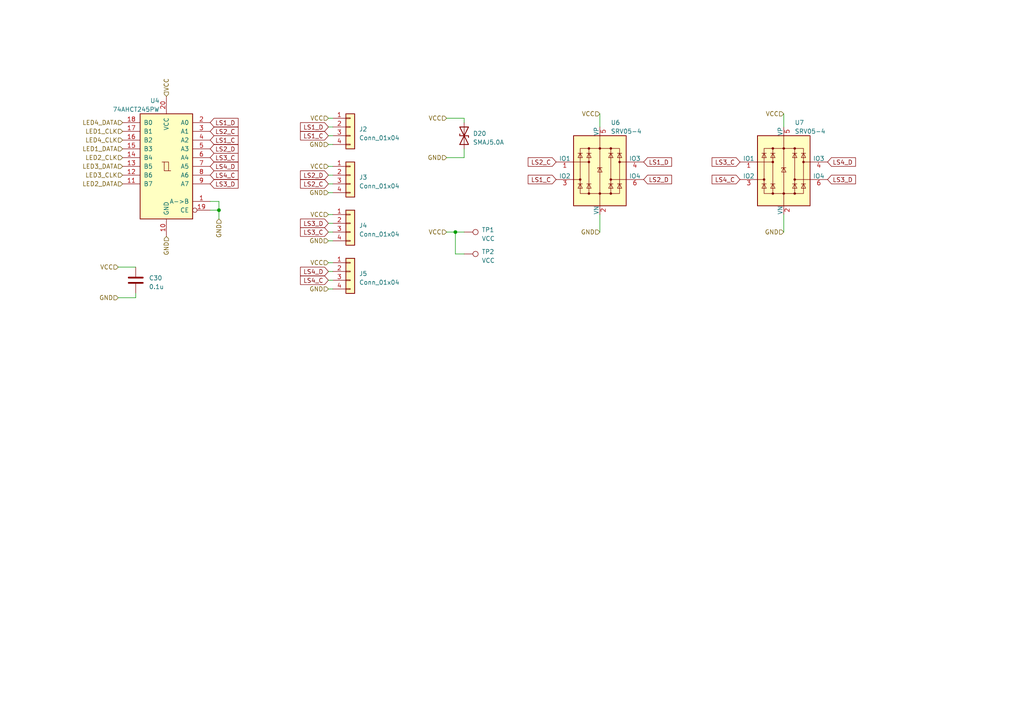
<source format=kicad_sch>
(kicad_sch (version 20230121) (generator eeschema)
  (paper "A4")
  (lib_symbols
    (symbol "74xx:74HC245" (pin_names (offset 1.016))
      (property "Reference" "U" (at -7.62 16.51 0))
      (property "Value" "74HC245" (at -7.62 -16.51 0))
      (symbol "74HC245_1_0"
        (polyline (pts (xy -0.635 -1.27) (xy -0.635 1.27) (xy 0.635 1.27)))
        (polyline (pts (xy -1.27 -1.27) (xy 0.635 -1.27) (xy 0.635 1.27) (xy 1.27 1.27)))
        (pin input line (at -12.7 -10.16 0) (length 5.08) (name "A->B") (number "1"))
        (pin power_in line (at 0 -20.32 90) (length 5.08) (name "GND") (number "10"))
        (pin tri_state line (at 12.7 -5.08 180) (length 5.08) (name "B7") (number "11"))
        (pin tri_state line (at 12.7 -2.54 180) (length 5.08) (name "B6") (number "12"))
        (pin tri_state line (at 12.7 0 180) (length 5.08) (name "B5") (number "13"))
        (pin tri_state line (at 12.7 2.54 180) (length 5.08) (name "B4") (number "14"))
        (pin tri_state line (at 12.7 5.08 180) (length 5.08) (name "B3") (number "15"))
        (pin tri_state line (at 12.7 7.62 180) (length 5.08) (name "B2") (number "16"))
        (pin tri_state line (at 12.7 10.16 180) (length 5.08) (name "B1") (number "17"))
        (pin tri_state line (at 12.7 12.7 180) (length 5.08) (name "B0") (number "18"))
        (pin input inverted (at -12.7 -12.7 0) (length 5.08) (name "CE") (number "19"))
        (pin tri_state line (at -12.7 12.7 0) (length 5.08) (name "A0") (number "2"))
        (pin power_in line (at 0 20.32 270) (length 5.08) (name "VCC") (number "20"))
        (pin tri_state line (at -12.7 10.16 0) (length 5.08) (name "A1") (number "3"))
        (pin tri_state line (at -12.7 7.62 0) (length 5.08) (name "A2") (number "4"))
        (pin tri_state line (at -12.7 5.08 0) (length 5.08) (name "A3") (number "5"))
        (pin tri_state line (at -12.7 2.54 0) (length 5.08) (name "A4") (number "6"))
        (pin tri_state line (at -12.7 0 0) (length 5.08) (name "A5") (number "7"))
        (pin tri_state line (at -12.7 -2.54 0) (length 5.08) (name "A6") (number "8"))
        (pin tri_state line (at -12.7 -5.08 0) (length 5.08) (name "A7") (number "9"))
      )
      (symbol "74HC245_1_1"
        (rectangle (start -7.62 15.24) (end 7.62 -15.24) (stroke (width 0.254)) (fill (type background)))
      )
    )
    (symbol "Connector:TestPoint" (pin_numbers hide) (pin_names (offset 0.762) hide)
      (property "Reference" "TP" (at 0 6.858 0))
      (property "Value" "TestPoint" (at 0 5.08 0))
      (symbol "TestPoint_0_1"
        (circle (center 0 3.302) (radius 0.762))
      )
      (symbol "TestPoint_1_1"
        (pin passive line (at 0 0 90) (length 2.54) (name "1") (number "1"))
      )
    )
    (symbol "Connector_Generic:Conn_01x04" (pin_names (offset 1.016) hide)
      (property "Reference" "J" (at 0 5.08 0))
      (property "Value" "Conn_01x04" (at 0 -7.62 0))
      (symbol "Conn_01x04_1_1"
        (rectangle (start -1.27 -4.953) (end 0 -5.207) (stroke (width 0.1524)))
        (rectangle (start -1.27 -2.413) (end 0 -2.667) (stroke (width 0.1524)))
        (rectangle (start -1.27 0.127) (end 0 -0.127) (stroke (width 0.1524)))
        (rectangle (start -1.27 2.667) (end 0 2.413) (stroke (width 0.1524)))
        (rectangle (start -1.27 3.81) (end 1.27 -6.35) (stroke (width 0.254)) (fill (type background)))
        (pin passive line (at -5.08 2.54 0) (length 3.81) (name "Pin_1") (number "1"))
        (pin passive line (at -5.08 0 0) (length 3.81) (name "Pin_2") (number "2"))
        (pin passive line (at -5.08 -2.54 0) (length 3.81) (name "Pin_3") (number "3"))
        (pin passive line (at -5.08 -5.08 0) (length 3.81) (name "Pin_4") (number "4"))
      )
    )
    (symbol "Device:C" (pin_numbers hide) (pin_names (offset 0.254))
      (property "Reference" "C" (at 0.635 2.54 0))
      (property "Value" "C" (at 0.635 -2.54 0))
      (symbol "C_0_1"
        (polyline (pts (xy -2.032 -0.762) (xy 2.032 -0.762)) (stroke (width 0.508)))
        (polyline (pts (xy -2.032 0.762) (xy 2.032 0.762)) (stroke (width 0.508)))
      )
      (symbol "C_1_1"
        (pin passive line (at 0 3.81 270) (length 2.794) (name "~") (number "1"))
        (pin passive line (at 0 -3.81 90) (length 2.794) (name "~") (number "2"))
      )
    )
    (symbol "Device:D_TVS" (pin_numbers hide) (pin_names (offset 1.016) hide)
      (property "Reference" "D" (at 0 2.54 0))
      (property "Value" "D_TVS" (at 0 -2.54 0))
      (symbol "D_TVS_0_1"
        (polyline (pts (xy 1.27 0) (xy -1.27 0)))
        (polyline (pts (xy 0.508 1.27) (xy 0 1.27) (xy 0 -1.27) (xy -0.508 -1.27)) (stroke (width 0.254)))
        (polyline (pts (xy -2.54 1.27) (xy -2.54 -1.27) (xy 2.54 1.27) (xy 2.54 -1.27) (xy -2.54 1.27)) (stroke (width 0.254)))
      )
      (symbol "D_TVS_1_1"
        (pin passive line (at -3.81 0 0) (length 2.54) (name "A1") (number "1"))
        (pin passive line (at 3.81 0 180) (length 2.54) (name "A2") (number "2"))
      )
    )
    (symbol "Power_Protection:SRV05-4" (pin_names (offset 0))
      (property "Reference" "U" (at -5.08 11.43 0))
      (property "Value" "SRV05-4" (at 2.54 11.43 0))
      (symbol "SRV05-4_0_0"
        (rectangle (start -5.715 6.477) (end 5.715 -6.604))
        (polyline (pts (xy -3.175 -6.604) (xy -3.175 6.477)))
        (polyline (pts (xy 3.175 6.477) (xy 3.175 -6.604)))
      )
      (symbol "SRV05-4_0_1"
        (rectangle (start -7.62 10.16) (end 7.62 -10.16) (stroke (width 0.254)) (fill (type background)))
        (circle (center -5.715 -2.54) (radius 0.2794) (fill (type outline)))
        (circle (center -3.175 -6.604) (radius 0.2794) (fill (type outline)))
        (circle (center -3.175 2.54) (radius 0.2794) (fill (type outline)))
        (circle (center -3.175 6.477) (radius 0.2794) (fill (type outline)))
        (circle (center 0 -6.604) (radius 0.2794) (fill (type outline)))
        (polyline (pts (xy -7.747 2.54) (xy -3.175 2.54)))
        (polyline (pts (xy -7.62 -2.54) (xy -5.715 -2.54)))
        (polyline (pts (xy -5.08 -3.81) (xy -6.35 -3.81)))
        (polyline (pts (xy -5.08 5.08) (xy -6.35 5.08)))
        (polyline (pts (xy -2.54 -3.81) (xy -3.81 -3.81)))
        (polyline (pts (xy -2.54 5.08) (xy -3.81 5.08)))
        (polyline (pts (xy 0 10.16) (xy 0 -10.16)))
        (polyline (pts (xy 3.81 -3.81) (xy 2.54 -3.81)))
        (polyline (pts (xy 3.81 5.08) (xy 2.54 5.08)))
        (polyline (pts (xy 6.35 -3.81) (xy 5.08 -3.81)))
        (polyline (pts (xy 6.35 5.08) (xy 5.08 5.08)))
        (polyline (pts (xy 7.62 -2.54) (xy 3.175 -2.54)))
        (polyline (pts (xy 7.62 2.54) (xy 5.715 2.54)))
        (polyline (pts (xy 0.635 0.889) (xy -0.635 0.889) (xy -0.635 0.635)))
        (polyline (pts (xy -5.08 -5.08) (xy -6.35 -5.08) (xy -5.715 -3.81) (xy -5.08 -5.08)))
        (polyline (pts (xy -5.08 3.81) (xy -6.35 3.81) (xy -5.715 5.08) (xy -5.08 3.81)))
        (polyline (pts (xy -2.54 -5.08) (xy -3.81 -5.08) (xy -3.175 -3.81) (xy -2.54 -5.08)))
        (polyline (pts (xy -2.54 3.81) (xy -3.81 3.81) (xy -3.175 5.08) (xy -2.54 3.81)))
        (polyline (pts (xy 0.635 -0.381) (xy -0.635 -0.381) (xy 0 0.889) (xy 0.635 -0.381)))
        (polyline (pts (xy 3.81 -5.08) (xy 2.54 -5.08) (xy 3.175 -3.81) (xy 3.81 -5.08)))
        (polyline (pts (xy 3.81 3.81) (xy 2.54 3.81) (xy 3.175 5.08) (xy 3.81 3.81)))
        (polyline (pts (xy 6.35 -5.08) (xy 5.08 -5.08) (xy 5.715 -3.81) (xy 6.35 -5.08)))
        (polyline (pts (xy 6.35 3.81) (xy 5.08 3.81) (xy 5.715 5.08) (xy 6.35 3.81)))
        (circle (center 0 6.477) (radius 0.2794) (fill (type outline)))
        (circle (center 3.175 -6.604) (radius 0.2794) (fill (type outline)))
        (circle (center 3.175 -2.54) (radius 0.2794) (fill (type outline)))
        (circle (center 3.175 6.477) (radius 0.2794) (fill (type outline)))
        (circle (center 5.715 2.54) (radius 0.2794) (fill (type outline)))
      )
      (symbol "SRV05-4_1_1"
        (pin passive line (at -12.7 2.54 0) (length 5.08) (name "IO1") (number "1"))
        (pin passive line (at 0 -12.7 90) (length 2.54) (name "VN") (number "2"))
        (pin passive line (at -12.7 -2.54 0) (length 5.08) (name "IO2") (number "3"))
        (pin passive line (at 12.7 2.54 180) (length 5.08) (name "IO3") (number "4"))
        (pin passive line (at 0 12.7 270) (length 2.54) (name "VP") (number "5"))
        (pin passive line (at 12.7 -2.54 180) (length 5.08) (name "IO4") (number "6"))
      )
    )
  )
  (junction (at 63.5 60.96))
  (junction (at 132.08 67.31))
  (wire (pts (xy 227.33 33.02) (xy 227.33 36.83)))
  (wire (pts (xy 95.25 83.82) (xy 96.52 83.82)))
  (wire (pts (xy 95.25 36.83) (xy 96.52 36.83)))
  (wire (pts (xy 34.29 86.36) (xy 39.37 86.36)))
  (wire (pts (xy 173.99 62.23) (xy 173.99 67.31)))
  (wire (pts (xy 63.5 63.5) (xy 63.5 60.96)))
  (wire (pts (xy 95.25 67.31) (xy 96.52 67.31)))
  (wire (pts (xy 63.5 60.96) (xy 60.96 60.96)))
  (wire (pts (xy 129.54 67.31) (xy 132.08 67.31)))
  (wire (pts (xy 134.62 34.29) (xy 134.62 35.56)))
  (wire (pts (xy 95.25 48.26) (xy 96.52 48.26)))
  (wire (pts (xy 95.25 34.29) (xy 96.52 34.29)))
  (wire (pts (xy 34.29 77.47) (xy 39.37 77.47)))
  (wire (pts (xy 95.25 64.77) (xy 96.52 64.77)))
  (wire (pts (xy 95.25 76.2) (xy 96.52 76.2)))
  (wire (pts (xy 39.37 86.36) (xy 39.37 85.09)))
  (wire (pts (xy 95.25 62.23) (xy 96.52 62.23)))
  (wire (pts (xy 95.25 41.91) (xy 96.52 41.91)))
  (wire (pts (xy 173.99 33.02) (xy 173.99 36.83)))
  (wire (pts (xy 95.25 39.37) (xy 96.52 39.37)))
  (wire (pts (xy 227.33 62.23) (xy 227.33 67.31)))
  (wire (pts (xy 134.62 45.72) (xy 134.62 43.18)))
  (wire (pts (xy 63.5 58.42) (xy 63.5 60.96)))
  (wire (pts (xy 95.25 81.28) (xy 96.52 81.28)))
  (wire (pts (xy 60.96 58.42) (xy 63.5 58.42)))
  (wire (pts (xy 95.25 50.8) (xy 96.52 50.8)))
  (wire (pts (xy 132.08 67.31) (xy 134.62 67.31)))
  (wire (pts (xy 129.54 34.29) (xy 134.62 34.29)))
  (wire (pts (xy 129.54 45.72) (xy 134.62 45.72)))
  (wire (pts (xy 95.25 69.85) (xy 96.52 69.85)))
  (wire (pts (xy 95.25 55.88) (xy 96.52 55.88)))
  (wire (pts (xy 132.08 73.66) (xy 132.08 67.31)))
  (wire (pts (xy 95.25 53.34) (xy 96.52 53.34)))
  (wire (pts (xy 134.62 73.66) (xy 132.08 73.66)))
  (wire (pts (xy 95.25 78.74) (xy 96.52 78.74)))
  (global_label "LS4_D" (shape input) (at 240.03 46.99 0) (property "Intersheetrefs" "${INTERSHEET_REFS}" (effects hide)))
  (global_label "LS2_D" (shape input) (at 95.25 50.8 180) (property "Intersheetrefs" "${INTERSHEET_REFS}" (effects hide)))
  (global_label "LS4_D" (shape input) (at 60.96 48.26 0) (property "Intersheetrefs" "${INTERSHEET_REFS}" (effects hide)))
  (global_label "LS2_C" (shape input) (at 95.25 53.34 180) (property "Intersheetrefs" "${INTERSHEET_REFS}" (effects hide)))
  (global_label "LS1_C" (shape input) (at 161.29 52.07 180) (property "Intersheetrefs" "${INTERSHEET_REFS}" (effects hide)))
  (global_label "LS1_C" (shape input) (at 60.96 40.64 0) (property "Intersheetrefs" "${INTERSHEET_REFS}" (effects hide)))
  (global_label "LS4_C" (shape input) (at 95.25 81.28 180) (property "Intersheetrefs" "${INTERSHEET_REFS}" (effects hide)))
  (global_label "LS1_C" (shape input) (at 95.25 39.37 180) (property "Intersheetrefs" "${INTERSHEET_REFS}" (effects hide)))
  (global_label "LS3_C" (shape input) (at 60.96 45.72 0) (property "Intersheetrefs" "${INTERSHEET_REFS}" (effects hide)))
  (global_label "LS2_C" (shape input) (at 60.96 38.1 0) (property "Intersheetrefs" "${INTERSHEET_REFS}" (effects hide)))
  (global_label "LS3_D" (shape input) (at 95.25 64.77 180) (property "Intersheetrefs" "${INTERSHEET_REFS}" (effects hide)))
  (global_label "LS2_D" (shape input) (at 186.69 52.07 0) (property "Intersheetrefs" "${INTERSHEET_REFS}" (effects hide)))
  (global_label "LS4_D" (shape input) (at 95.25 78.74 180) (property "Intersheetrefs" "${INTERSHEET_REFS}" (effects hide)))
  (global_label "LS1_D" (shape input) (at 95.25 36.83 180) (property "Intersheetrefs" "${INTERSHEET_REFS}" (effects hide)))
  (global_label "LS3_D" (shape input) (at 240.03 52.07 0) (property "Intersheetrefs" "${INTERSHEET_REFS}" (effects hide)))
  (global_label "LS3_C" (shape input) (at 214.63 46.99 180) (property "Intersheetrefs" "${INTERSHEET_REFS}" (effects hide)))
  (global_label "LS2_C" (shape input) (at 161.29 46.99 180) (property "Intersheetrefs" "${INTERSHEET_REFS}" (effects hide)))
  (global_label "LS3_C" (shape input) (at 95.25 67.31 180) (property "Intersheetrefs" "${INTERSHEET_REFS}" (effects hide)))
  (global_label "LS3_D" (shape input) (at 60.96 53.34 0) (property "Intersheetrefs" "${INTERSHEET_REFS}" (effects hide)))
  (global_label "LS4_C" (shape input) (at 214.63 52.07 180) (property "Intersheetrefs" "${INTERSHEET_REFS}" (effects hide)))
  (global_label "LS1_D" (shape input) (at 186.69 46.99 0) (property "Intersheetrefs" "${INTERSHEET_REFS}" (effects hide)))
  (global_label "LS1_D" (shape input) (at 60.96 35.56 0) (property "Intersheetrefs" "${INTERSHEET_REFS}" (effects hide)))
  (global_label "LS2_D" (shape input) (at 60.96 43.18 0) (property "Intersheetrefs" "${INTERSHEET_REFS}" (effects hide)))
  (global_label "LS4_C" (shape input) (at 60.96 50.8 0) (property "Intersheetrefs" "${INTERSHEET_REFS}" (effects hide)))
  (hierarchical_label "GND" (shape input) (at 34.29 86.36 180))
  (hierarchical_label "LED4_DATA" (shape input) (at 35.56 35.56 180))
  (hierarchical_label "GND" (shape input) (at 95.25 55.88 180))
  (hierarchical_label "GND" (shape input) (at 173.99 67.31 180))
  (hierarchical_label "VCC" (shape input) (at 129.54 34.29 180))
  (hierarchical_label "LED2_CLK" (shape input) (at 35.56 45.72 180))
  (hierarchical_label "LED1_CLK" (shape input) (at 35.56 38.1 180))
  (hierarchical_label "LED4_CLK" (shape input) (at 35.56 40.64 180))
  (hierarchical_label "GND" (shape input) (at 95.25 69.85 180))
  (hierarchical_label "GND" (shape input) (at 48.26 68.58 270))
  (hierarchical_label "VCC" (shape input) (at 95.25 48.26 180))
  (hierarchical_label "GND" (shape input) (at 95.25 41.91 180))
  (hierarchical_label "LED3_DATA" (shape input) (at 35.56 48.26 180))
  (hierarchical_label "VCC" (shape input) (at 129.54 67.31 180))
  (hierarchical_label "VCC" (shape input) (at 34.29 77.47 180))
  (hierarchical_label "VCC" (shape input) (at 227.33 33.02 180))
  (hierarchical_label "LED2_DATA" (shape input) (at 35.56 53.34 180))
  (hierarchical_label "GND" (shape input) (at 227.33 67.31 180))
  (hierarchical_label "VCC" (shape input) (at 48.26 27.94 90))
  (hierarchical_label "GND" (shape input) (at 95.25 83.82 180))
  (hierarchical_label "VCC" (shape input) (at 95.25 76.2 180))
  (hierarchical_label "GND" (shape input) (at 129.54 45.72 180))
  (hierarchical_label "VCC" (shape input) (at 95.25 62.23 180))
  (hierarchical_label "GND" (shape input) (at 63.5 63.5 270))
  (hierarchical_label "LED1_DATA" (shape input) (at 35.56 43.18 180))
  (hierarchical_label "VCC" (shape input) (at 95.25 34.29 180))
  (hierarchical_label "LED3_CLK" (shape input) (at 35.56 50.8 180))
  (hierarchical_label "VCC" (shape input) (at 173.99 33.02 180))
  (symbol (lib_id "Connector_Generic:Conn_01x04") (at 101.6 50.8 0) (unit 1)
    (property "Reference" "J3" (at 104.14 51.435 0) (effects (justify left)))
    (property "Value" "Conn_01x04" (at 104.14 53.975 0) (effects (justify left)))
    (property "Footprint" "Connector_PinHeader_2.54mm:PinHeader_1x04_P2.54mm_Vertical" (effects hide))
  )
  (symbol (lib_id "Device:D_TVS") (at 134.62 39.37 90) (unit 1)
    (property "Reference" "D20" (at 137.16 38.735 90) (effects (justify right)))
    (property "Value" "SMAJ5.0A" (at 137.16 41.275 90) (effects (justify right)))
    (property "Footprint" "Diode_SMD:D_SMA" (effects hide))
    (property "LCSC" "C2925443" (effects hide))
  )
  (symbol (lib_id "74xx:74HC245") (at 48.26 48.26 0) (mirror y) (unit 1)
    (property "Reference" "U4" (at 46.3041 29.21 0) (effects (justify left)))
    (property "Value" "74AHCT245PW" (at 46.3041 31.75 0) (effects (justify left)))
    (property "Footprint" "Package_SO:TSSOP-20_4.4x6.5mm_P0.65mm" (effects hide))
    (property "Datasheet" "http://www.ti.com/lit/gpn/sn74HC245" (effects hide))
    (property "LSCS" "C173388" (effects hide))
  )
  (symbol (lib_id "Device:C") (at 39.37 81.28 0) (unit 1)
    (property "Reference" "C30" (at 43.18 80.645 0) (effects (justify left)))
    (property "Value" "0.1u" (at 43.18 83.185 0) (effects (justify left)))
    (property "Footprint" "Capacitor_SMD:C_0402_1005Metric" (effects hide))
    (property "LCSC" "C1525" (effects hide))
  )
  (symbol (lib_id "Connector_Generic:Conn_01x04") (at 101.6 78.74 0) (unit 1)
    (property "Reference" "J5" (at 104.14 79.375 0) (effects (justify left)))
    (property "Value" "Conn_01x04" (at 104.14 81.915 0) (effects (justify left)))
    (property "Footprint" "Connector_PinHeader_2.54mm:PinHeader_1x04_P2.54mm_Vertical" (effects hide))
  )
  (symbol (lib_id "Power_Protection:SRV05-4") (at 173.99 49.53 0) (unit 1)
    (property "Reference" "U6" (at 177.1397 35.56 0) (effects (justify left)))
    (property "Value" "SRV05-4" (at 177.1397 38.1 0) (effects (justify left)))
    (property "Footprint" "Package_TO_SOT_SMD:SOT-23-6" (effects hide))
    (property "Datasheet" "http://www.onsemi.com/pub/Collateral/SRV05-4-D.PDF" (effects hide))
    (property "LCSC" "C85364" (effects hide))
  )
  (symbol (lib_id "Connector_Generic:Conn_01x04") (at 101.6 36.83 0) (unit 1)
    (property "Reference" "J2" (at 104.14 37.465 0) (effects (justify left)))
    (property "Value" "Conn_01x04" (at 104.14 40.005 0) (effects (justify left)))
    (property "Footprint" "Connector_PinHeader_2.54mm:PinHeader_1x04_P2.54mm_Vertical" (effects hide))
  )
  (symbol (lib_id "Connector:TestPoint") (at 134.62 73.66 270) (unit 1)
    (property "Reference" "TP2" (at 139.7 73.025 90) (effects (justify left)))
    (property "Value" "VCC" (at 139.7 75.565 90) (effects (justify left)))
    (property "Footprint" "TestPoint:TestPoint_Pad_3.0x3.0mm" (effects hide))
  )
  (symbol (lib_id "Connector_Generic:Conn_01x04") (at 101.6 64.77 0) (unit 1)
    (property "Reference" "J4" (at 104.14 65.405 0) (effects (justify left)))
    (property "Value" "Conn_01x04" (at 104.14 67.945 0) (effects (justify left)))
    (property "Footprint" "Connector_PinHeader_2.54mm:PinHeader_1x04_P2.54mm_Vertical" (effects hide))
  )
  (symbol (lib_id "Power_Protection:SRV05-4") (at 227.33 49.53 0) (unit 1)
    (property "Reference" "U7" (at 230.4797 35.56 0) (effects (justify left)))
    (property "Value" "SRV05-4" (at 230.4797 38.1 0) (effects (justify left)))
    (property "Footprint" "Package_TO_SOT_SMD:SOT-23-6" (effects hide))
    (property "Datasheet" "http://www.onsemi.com/pub/Collateral/SRV05-4-D.PDF" (effects hide))
    (property "LCSC" "C85364" (effects hide))
  )
  (symbol (lib_id "Connector:TestPoint") (at 134.62 67.31 270) (unit 1)
    (property "Reference" "TP1" (at 139.7 66.675 90) (effects (justify left)))
    (property "Value" "VCC" (at 139.7 69.215 90) (effects (justify left)))
    (property "Footprint" "TestPoint:TestPoint_Pad_3.0x3.0mm" (effects hide))
  )
)
</source>
